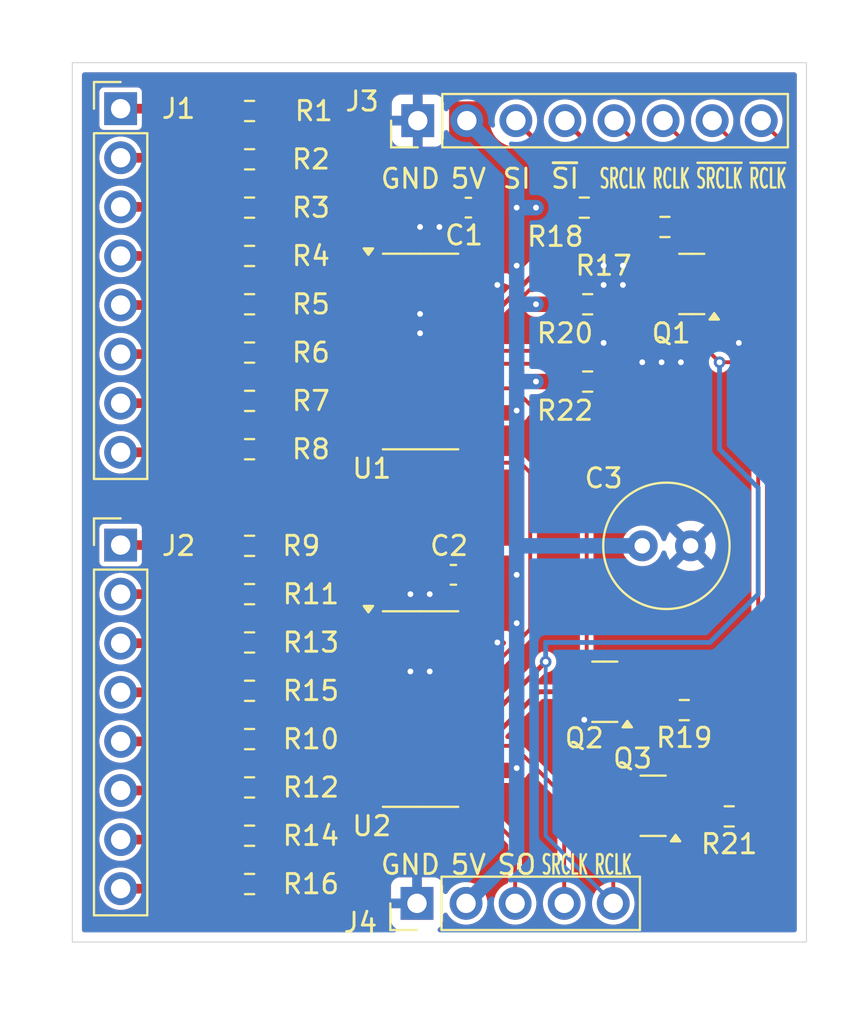
<source format=kicad_pcb>
(kicad_pcb (version 20241229) (generator "pcbnew") (generator_version "9.0")
  (layers (0 "F.Cu" signal) (2 "B.Cu" signal) (13 "F.Paste" user) (15 "B.Paste" user) (5 "F.SilkS" user "F.Silkscreen") (7 "B.SilkS" user "B.Silkscreen") (1 "F.Mask" user) (3 "B.Mask" user) (25 "Edge.Cuts" user))
  (net 0 "")
  (net 1 "+5V")
  (net 2 "GND")
  (net 3 "/L1")
  (net 4 "/L3")
  (net 5 "/L4")
  (net 6 "/L5")
  (net 7 "/L7")
  (net 8 "/L0")
  (net 9 "/L6")
  (net 10 "/L2")
  (net 11 "/L12")
  (net 12 "/L11")
  (net 13 "/L10")
  (net 14 "/L15")
  (net 15 "/L9")
  (net 16 "/L8")
  (net 17 "/L14")
  (net 18 "/L13")
  (net 19 "/SI")
  (net 20 "/RCLK")
  (net 21 "/SRCLK")
  (net 22 "/~{SI}")
  (net 23 "Net-(U1-QA)")
  (net 24 "Net-(U1-QB)")
  (net 25 "Net-(U1-QC)")
  (net 26 "Net-(U1-QD)")
  (net 27 "Net-(U1-QE)")
  (net 28 "Net-(U1-QF)")
  (net 29 "Net-(U1-QG)")
  (net 30 "Net-(U1-QH)")
  (net 31 "Net-(U2-QA)")
  (net 32 "Net-(U2-QE)")
  (net 33 "Net-(U2-QB)")
  (net 34 "Net-(U2-QF)")
  (net 35 "Net-(U2-QC)")
  (net 36 "Net-(U2-QG)")
  (net 37 "Net-(U2-QD)")
  (net 38 "Net-(U2-QH)")
  (net 39 "/~{SRCLK}")
  (net 40 "/~{RCLK}")
  (net 41 "Net-(U1-QH')")
  (net 42 "/SO")
  (footprint "Resistor_SMD:R_0603_1608Metric" (layer "F.Cu") (at 115.675 132.5 180)
    (property "Reference" "R15" (at -3.175 0 0) (layer "F.SilkS"))
    (property "Value" "220")
    (fp_line (start -0.237258 0.5225) (end 0.237258 0.5225) (stroke (width 0.12)) (layer "F.SilkS"))
    (fp_line (start -0.237258 -0.5225) (end 0.237258 -0.5225) (stroke (width 0.12)) (layer "F.SilkS"))
    (pad "1" smd roundrect (at -0.825 0 180) (size 0.8 0.95) (layers "F.Cu" "F.Mask" "F.Paste") (net 37 "Net-(U2-QD)"))
    (pad "2" smd roundrect (at 0.825 0 180) (size 0.8 0.95) (layers "F.Cu" "F.Mask" "F.Paste") (net 12 "/L11"))
  )
  (footprint "Connector_PinHeader_2.54mm:PinHeader_1x08_P2.54mm_Vertical" (layer "F.Cu") (at 124.38 103 90)
    (property "Reference" "J3" (hide yes))
    (property "Value" "Conn_01x08_Pin")
    (fp_line (start -1.38 -1.38) (end 0 -1.38) (stroke (width 0.12)) (layer "F.SilkS"))
    (fp_line (start -1.38 0) (end -1.38 -1.38) (stroke (width 0.12)) (layer "F.SilkS"))
    (fp_line (start 1.38 1.27) (end 1.38 19.16) (stroke (width 0.12)) (layer "F.SilkS"))
    (fp_line (start -1.38 1.27) (end 1.38 1.27) (stroke (width 0.12)) (layer "F.SilkS"))
    (fp_line (start -1.38 1.27) (end -1.38 19.16) (stroke (width 0.12)) (layer "F.SilkS"))
    (fp_line (start -1.38 19.16) (end 1.38 19.16) (stroke (width 0.12)) (layer "F.SilkS"))
    (pad "1" thru_hole rect (at 0 0 90) (size 1.7 1.7) (drill 1) (layers "*.Cu" "*.Mask") (net 2 "GND"))
    (pad "2" thru_hole circle (at 0 2.54 90) (size 1.7 1.7) (drill 1) (layers "*.Cu" "*.Mask") (net 1 "+5V"))
    (pad "3" thru_hole circle (at 0 5.08 90) (size 1.7 1.7) (drill 1) (layers "*.Cu" "*.Mask") (net 19 "/SI"))
    (pad "4" thru_hole circle (at 0 7.62 90) (size 1.7 1.7) (drill 1) (layers "*.Cu" "*.Mask") (net 22 "/~{SI}"))
    (pad "5" thru_hole circle (at 0 10.16 90) (size 1.7 1.7) (drill 1) (layers "*.Cu" "*.Mask") (net 21 "/SRCLK"))
    (pad "6" thru_hole circle (at 0 12.7 90) (size 1.7 1.7) (drill 1) (layers "*.Cu" "*.Mask") (net 20 "/RCLK"))
    (pad "7" thru_hole circle (at 0 15.24 90) (size 1.7 1.7) (drill 1) (layers "*.Cu" "*.Mask") (net 39 "/~{SRCLK}"))
    (pad "8" thru_hole circle (at 0 17.78 90) (size 1.7 1.7) (drill 1) (layers "*.Cu" "*.Mask") (net 40 "/~{RCLK}"))
  )
  (footprint "Resistor_SMD:R_0603_1608Metric" (layer "F.Cu") (at 115.675 115 180)
    (property "Reference" "R6" (at -3.175 0 0) (layer "F.SilkS"))
    (property "Value" "220")
    (fp_line (start -0.237258 0.5225) (end 0.237258 0.5225) (stroke (width 0.12)) (layer "F.SilkS"))
    (fp_line (start -0.237258 -0.5225) (end 0.237258 -0.5225) (stroke (width 0.12)) (layer "F.SilkS"))
    (pad "1" smd roundrect (at -0.825 0 180) (size 0.8 0.95) (layers "F.Cu" "F.Mask" "F.Paste") (net 28 "Net-(U1-QF)"))
    (pad "2" smd roundrect (at 0.825 0 180) (size 0.8 0.95) (layers "F.Cu" "F.Mask" "F.Paste") (net 6 "/L5"))
  )
  (footprint "Resistor_SMD:R_0603_1608Metric" (layer "F.Cu") (at 115.675 110 180)
    (property "Reference" "R4" (at -3.175 0 0) (layer "F.SilkS"))
    (property "Value" "220")
    (fp_line (start -0.237258 0.5225) (end 0.237258 0.5225) (stroke (width 0.12)) (layer "F.SilkS"))
    (fp_line (start -0.237258 -0.5225) (end 0.237258 -0.5225) (stroke (width 0.12)) (layer "F.SilkS"))
    (pad "1" smd roundrect (at -0.825 0 180) (size 0.8 0.95) (layers "F.Cu" "F.Mask" "F.Paste") (net 26 "Net-(U1-QD)"))
    (pad "2" smd roundrect (at 0.825 0 180) (size 0.8 0.95) (layers "F.Cu" "F.Mask" "F.Paste") (net 4 "/L3"))
  )
  (footprint "Resistor_SMD:R_0603_1608Metric" (layer "F.Cu") (at 115.675 120 180)
    (property "Reference" "R8" (at -3.175 0 0) (layer "F.SilkS"))
    (property "Value" "220")
    (fp_line (start -0.237258 0.5225) (end 0.237258 0.5225) (stroke (width 0.12)) (layer "F.SilkS"))
    (fp_line (start -0.237258 -0.5225) (end 0.237258 -0.5225) (stroke (width 0.12)) (layer "F.SilkS"))
    (pad "1" smd roundrect (at -0.825 0 180) (size 0.8 0.95) (layers "F.Cu" "F.Mask" "F.Paste") (net 30 "Net-(U1-QH)"))
    (pad "2" smd roundrect (at 0.825 0 180) (size 0.8 0.95) (layers "F.Cu" "F.Mask" "F.Paste") (net 7 "/L7"))
  )
  (footprint "Resistor_SMD:R_0603_1608Metric" (layer "F.Cu") (at 133.175 116.5 180)
    (property "Reference" "R22" (at 1.175 -1.5 0) (layer "F.SilkS"))
    (property "Value" "10k")
    (fp_line (start -0.237258 0.5225) (end 0.237258 0.5225) (stroke (width 0.12)) (layer "F.SilkS"))
    (fp_line (start -0.237258 -0.5225) (end 0.237258 -0.5225) (stroke (width 0.12)) (layer "F.SilkS"))
    (pad "1" smd roundrect (at -0.825 0 180) (size 0.8 0.95) (layers "F.Cu" "F.Mask" "F.Paste") (net 20 "/RCLK"))
    (pad "2" smd roundrect (at 0.825 0 180) (size 0.8 0.95) (layers "F.Cu" "F.Mask" "F.Paste") (net 1 "+5V"))
  )
  (footprint "Resistor_SMD:R_0603_1608Metric" (layer "F.Cu") (at 115.675 117.5 180)
    (property "Reference" "R7" (at -3.175 0 0) (layer "F.SilkS"))
    (property "Value" "220")
    (fp_line (start -0.237258 0.5225) (end 0.237258 0.5225) (stroke (width 0.12)) (layer "F.SilkS"))
    (fp_line (start -0.237258 -0.5225) (end 0.237258 -0.5225) (stroke (width 0.12)) (layer "F.SilkS"))
    (pad "1" smd roundrect (at -0.825 0 180) (size 0.8 0.95) (layers "F.Cu" "F.Mask" "F.Paste") (net 29 "Net-(U1-QG)"))
    (pad "2" smd roundrect (at 0.825 0 180) (size 0.8 0.95) (layers "F.Cu" "F.Mask" "F.Paste") (net 9 "/L6"))
  )
  (footprint "Package_SO:SOIC-16_3.9x9.9mm_P1.27mm" (layer "F.Cu") (at 124.525 133.445)
    (property "Reference" "U2" (at -2.525 6.055 0) (layer "F.SilkS"))
    (property "Value" "74HC595")
    (fp_line (start 0 -5.06) (end -1.95 -5.06) (stroke (width 0.12)) (layer "F.SilkS"))
    (fp_line (start 0 -5.06) (end 1.95 -5.06) (stroke (width 0.12)) (layer "F.SilkS"))
    (fp_line (start 0 5.06) (end -1.95 5.06) (stroke (width 0.12)) (layer "F.SilkS"))
    (fp_line (start 0 5.06) (end 1.95 5.06) (stroke (width 0.12)) (layer "F.SilkS"))
    (fp_poly (pts (xy -2.7 -5.005) (xy -2.94 -5.335) (xy -2.46 -5.335)) (stroke (width 0.12)) (fill yes) (layer "F.SilkS"))
    (pad "1" smd roundrect (at -2.475 -4.445) (size 1.95 0.6) (layers "F.Cu" "F.Mask" "F.Paste") (net 33 "Net-(U2-QB)"))
    (pad "2" smd roundrect (at -2.475 -3.175) (size 1.95 0.6) (layers "F.Cu" "F.Mask" "F.Paste") (net 35 "Net-(U2-QC)"))
    (pad "3" smd roundrect (at -2.475 -1.905) (size 1.95 0.6) (layers "F.Cu" "F.Mask" "F.Paste") (net 37 "Net-(U2-QD)"))
    (pad "4" smd roundrect (at -2.475 -0.635) (size 1.95 0.6) (layers "F.Cu" "F.Mask" "F.Paste") (net 32 "Net-(U2-QE)"))
    (pad "5" smd roundrect (at -2.475 0.635) (size 1.95 0.6) (layers "F.Cu" "F.Mask" "F.Paste") (net 34 "Net-(U2-QF)"))
    (pad "6" smd roundrect (at -2.475 1.905) (size 1.95 0.6) (layers "F.Cu" "F.Mask" "F.Paste") (net 36 "Net-(U2-QG)"))
    (pad "7" smd roundrect (at -2.475 3.175) (size 1.95 0.6) (layers "F.Cu" "F.Mask" "F.Paste") (net 38 "Net-(U2-QH)"))
    (pad "8" smd roundrect (at -2.475 4.445) (size 1.95 0.6) (layers "F.Cu" "F.Mask" "F.Paste") (net 2 "GND"))
    (pad "9" smd roundrect (at 2.475 4.445) (size 1.95 0.6) (layers "F.Cu" "F.Mask" "F.Paste") (net 42 "/SO"))
    (pad "10" smd roundrect (at 2.475 3.175) (size 1.95 0.6) (layers "F.Cu" "F.Mask" "F.Paste") (net 1 "+5V"))
    (pad "11" smd roundrect (at 2.475 1.905) (size 1.95 0.6) (layers "F.Cu" "F.Mask" "F.Paste") (net 21 "/SRCLK"))
    (pad "12" smd roundrect (at 2.475 0.635) (size 1.95 0.6) (layers "F.Cu" "F.Mask" "F.Paste") (net 20 "/RCLK"))
    (pad "13" smd roundrect (at 2.475 -0.635) (size 1.95 0.6) (layers "F.Cu" "F.Mask" "F.Paste") (net 2 "GND"))
    (pad "14" smd roundrect (at 2.475 -1.905) (size 1.95 0.6) (layers "F.Cu" "F.Mask" "F.Paste") (net 41 "Net-(U1-QH')"))
    (pad "15" smd roundrect (at 2.475 -3.175) (size 1.95 0.6) (layers "F.Cu" "F.Mask" "F.Paste") (net 31 "Net-(U2-QA)"))
    (pad "16" smd roundrect (at 2.475 -4.445) (size 1.95 0.6) (layers "F.Cu" "F.Mask" "F.Paste") (net 1 "+5V"))
  )
  (footprint "Package_TO_SOT_SMD:SOT-23" (layer "F.Cu") (at 138.5625 111.45 180)
    (property "Reference" "Q1" (at 1.0625 -2.55 0) (layer "F.SilkS"))
    (property "Value" "2N7002")
    (fp_line (start 0 1.56) (end 0.65 1.56) (stroke (width 0.12)) (layer "F.SilkS"))
    (fp_line (start 0 1.56) (end -0.65 1.56) (stroke (width 0.12)) (layer "F.SilkS"))
    (fp_line (start 0 -1.56) (end 0.65 -1.56) (stroke (width 0.12)) (layer "F.SilkS"))
    (fp_line (start 0 -1.56) (end -0.65 -1.56) (stroke (width 0.12)) (layer "F.SilkS"))
    (fp_poly (pts (xy -1.1625 -1.51) (xy -1.4025 -1.84) (xy -0.9225 -1.84)) (stroke (width 0.12)) (fill yes) (layer "F.SilkS"))
    (pad "1" smd roundrect (at -0.9375 -0.95 180) (size 1.475 0.6) (layers "F.Cu" "F.Mask" "F.Paste") (net 22 "/~{SI}"))
    (pad "2" smd roundrect (at -0.9375 0.95 180) (size 1.475 0.6) (layers "F.Cu" "F.Mask" "F.Paste") (net 2 "GND"))
    (pad "3" smd roundrect (at 0.9375 0 180) (size 1.475 0.6) (layers "F.Cu" "F.Mask" "F.Paste") (net 19 "/SI"))
  )
  (footprint "Connector_PinHeader_2.54mm:PinHeader_1x05_P2.54mm_Vertical" (layer "F.Cu") (at 124.34 143.5 90)
    (property "Reference" "J4" (at -1 -2.925 180) (layer "F.SilkS"))
    (property "Value" "Conn_01x05_Pin")
    (fp_line (start -1.38 -1.38) (end 0 -1.38) (stroke (width 0.12)) (layer "F.SilkS"))
    (fp_line (start -1.38 0) (end -1.38 -1.38) (stroke (width 0.12)) (layer "F.SilkS"))
    (fp_line (start 1.38 1.27) (end 1.38 11.54) (stroke (width 0.12)) (layer "F.SilkS"))
    (fp_line (start -1.38 1.27) (end 1.38 1.27) (stroke (width 0.12)) (layer "F.SilkS"))
    (fp_line (start -1.38 1.27) (end -1.38 11.54) (stroke (width 0.12)) (layer "F.SilkS"))
    (fp_line (start -1.38 11.54) (end 1.38 11.54) (stroke (width 0.12)) (layer "F.SilkS"))
    (pad "1" thru_hole rect (at 0 0 90) (size 1.7 1.7) (drill 1) (layers "*.Cu" "*.Mask") (net 2 "GND"))
    (pad "2" thru_hole circle (at 0 2.54 90) (size 1.7 1.7) (drill 1) (layers "*.Cu" "*.Mask") (net 1 "+5V"))
    (pad "3" thru_hole circle (at 0 5.08 90) (size 1.7 1.7) (drill 1) (layers "*.Cu" "*.Mask") (net 42 "/SO"))
    (pad "4" thru_hole circle (at 0 7.62 90) (size 1.7 1.7) (drill 1) (layers "*.Cu" "*.Mask") (net 21 "/SRCLK"))
    (pad "5" thru_hole circle (at 0 10.16 90) (size 1.7 1.7) (drill 1) (layers "*.Cu" "*.Mask") (net 20 "/RCLK"))
  )
  (footprint "Capacitor_SMD:C_0603_1608Metric" (layer "F.Cu") (at 127 107.5 180)
    (property "Reference" "C1" (at 0.225 -1.43 0) (layer "F.SilkS"))
    (property "Value" "100n")
    (fp_line (start -0.14058 0.51) (end 0.14058 0.51) (stroke (width 0.12)) (layer "F.SilkS"))
    (fp_line (start -0.14058 -0.51) (end 0.14058 -0.51) (stroke (width 0.12)) (layer "F.SilkS"))
    (pad "1" smd roundrect (at -0.775 0 180) (size 0.9 0.95) (layers "F.Cu" "F.Mask" "F.Paste") (net 1 "+5V"))
    (pad "2" smd roundrect (at 0.775 0 180) (size 0.9 0.95) (layers "F.Cu" "F.Mask" "F.Paste") (net 2 "GND"))
  )
  (footprint "Resistor_SMD:R_0603_1608Metric" (layer "F.Cu") (at 115.675 135 180)
    (property "Reference" "R10" (at -3.175 0 0) (layer "F.SilkS"))
    (property "Value" "220")
    (fp_line (start -0.237258 0.5225) (end 0.237258 0.5225) (stroke (width 0.12)) (layer "F.SilkS"))
    (fp_line (start -0.237258 -0.5225) (end 0.237258 -0.5225) (stroke (width 0.12)) (layer "F.SilkS"))
    (pad "1" smd roundrect (at -0.825 0 180) (size 0.8 0.95) (layers "F.Cu" "F.Mask" "F.Paste") (net 32 "Net-(U2-QE)"))
    (pad "2" smd roundrect (at 0.825 0 180) (size 0.8 0.95) (layers "F.Cu" "F.Mask" "F.Paste") (net 11 "/L12"))
  )
  (footprint "Resistor_SMD:R_0603_1608Metric" (layer "F.Cu") (at 133 107.5 180)
    (property "Reference" "R18" (at 1.5 -1.5 0) (layer "F.SilkS"))
    (property "Value" "10k")
    (fp_line (start -0.237258 0.5225) (end 0.237258 0.5225) (stroke (width 0.12)) (layer "F.SilkS"))
    (fp_line (start -0.237258 -0.5225) (end 0.237258 -0.5225) (stroke (width 0.12)) (layer "F.SilkS"))
    (pad "1" smd roundrect (at -0.825 0 180) (size 0.8 0.95) (layers "F.Cu" "F.Mask" "F.Paste") (net 19 "/SI"))
    (pad "2" smd roundrect (at 0.825 0 180) (size 0.8 0.95) (layers "F.Cu" "F.Mask" "F.Paste") (net 1 "+5V"))
  )
  (footprint "Resistor_SMD:R_0603_1608Metric" (layer "F.Cu") (at 133.175 112.5 180)
    (property "Reference" "R20" (at 1.175 -1.5 0) (layer "F.SilkS"))
    (property "Value" "10k")
    (fp_line (start -0.237258 0.5225) (end 0.237258 0.5225) (stroke (width 0.12)) (layer "F.SilkS"))
    (fp_line (start -0.237258 -0.5225) (end 0.237258 -0.5225) (stroke (width 0.12)) (layer "F.SilkS"))
    (pad "1" smd roundrect (at -0.825 0 180) (size 0.8 0.95) (layers "F.Cu" "F.Mask" "F.Paste") (net 21 "/SRCLK"))
    (pad "2" smd roundrect (at 0.825 0 180) (size 0.8 0.95) (layers "F.Cu" "F.Mask" "F.Paste") (net 1 "+5V"))
  )
  (footprint "Resistor_SMD:R_0603_1608Metric" (layer "F.Cu") (at 115.675 102.5 180)
    (property "Reference" "R1" (at -3.325 0 0) (layer "F.SilkS"))
    (property "Value" "220")
    (fp_line (start -0.237258 0.5225) (end 0.237258 0.5225) (stroke (width 0.12)) (layer "F.SilkS"))
    (fp_line (start -0.237258 -0.5225) (end 0.237258 -0.5225) (stroke (width 0.12)) (layer "F.SilkS"))
    (pad "1" smd roundrect (at -0.825 0 180) (size 0.8 0.95) (layers "F.Cu" "F.Mask" "F.Paste") (net 23 "Net-(U1-QA)"))
    (pad "2" smd roundrect (at 0.825 0 180) (size 0.8 0.95) (layers "F.Cu" "F.Mask" "F.Paste") (net 8 "/L0"))
  )
  (footprint "Package_TO_SOT_SMD:SOT-23" (layer "F.Cu") (at 136.5625 138.45 180)
    (property "Reference" "Q3" (at 1.0625 2.45 0) (layer "F.SilkS"))
    (property "Value" "2N7002")
    (fp_line (start 0 1.56) (end 0.65 1.56) (stroke (width 0.12)) (layer "F.SilkS"))
    (fp_line (start 0 1.56) (end -0.65 1.56) (stroke (width 0.12)) (layer "F.SilkS"))
    (fp_line (start 0 -1.56) (end 0.65 -1.56) (stroke (width 0.12)) (layer "F.SilkS"))
    (fp_line (start 0 -1.56) (end -0.65 -1.56) (stroke (width 0.12)) (layer "F.SilkS"))
    (fp_poly (pts (xy -1.1625 -1.51) (xy -1.4025 -1.84) (xy -0.9225 -1.84)) (stroke (width 0.12)) (fill yes) (layer "F.SilkS"))
    (pad "1" smd roundrect (at -0.9375 -0.95 180) (size 1.475 0.6) (layers "F.Cu" "F.Mask" "F.Paste") (net 40 "/~{RCLK}"))
    (pad "2" smd roundrect (at -0.9375 0.95 180) (size 1.475 0.6) (layers "F.Cu" "F.Mask" "F.Paste") (net 2 "GND"))
    (pad "3" smd roundrect (at 0.9375 0 180) (size 1.475 0.6) (layers "F.Cu" "F.Mask" "F.Paste") (net 20 "/RCLK"))
  )
  (footprint "Resistor_SMD:R_0603_1608Metric" (layer "F.Cu") (at 140.5 139 180)
    (property "Reference" "R21" (at 0 -1.43 0) (layer "F.SilkS"))
    (property "Value" "10k")
    (fp_line (start -0.237258 0.5225) (end 0.237258 0.5225) (stroke (width 0.12)) (layer "F.SilkS"))
    (fp_line (start -0.237258 -0.5225) (end 0.237258 -0.5225) (stroke (width 0.12)) (layer "F.SilkS"))
    (pad "1" smd roundrect (at -0.825 0 180) (size 0.8 0.95) (layers "F.Cu" "F.Mask" "F.Paste") (net 2 "GND"))
    (pad "2" smd roundrect (at 0.825 0 180) (size 0.8 0.95) (layers "F.Cu" "F.Mask" "F.Paste") (net 40 "/~{RCLK}"))
  )
  (footprint "Resistor_SMD:R_0603_1608Metric" (layer "F.Cu") (at 115.675 137.5 180)
    (property "Reference" "R12" (at -3.175 0 0) (layer "F.SilkS"))
    (property "Value" "220")
    (fp_line (start -0.237258 0.5225) (end 0.237258 0.5225) (stroke (width 0.12)) (layer "F.SilkS"))
    (fp_line (start -0.237258 -0.5225) (end 0.237258 -0.5225) (stroke (width 0.12)) (layer "F.SilkS"))
    (pad "1" smd roundrect (at -0.825 0 180) (size 0.8 0.95) (layers "F.Cu" "F.Mask" "F.Paste") (net 34 "Net-(U2-QF)"))
    (pad "2" smd roundrect (at 0.825 0 180) (size 0.8 0.95) (layers "F.Cu" "F.Mask" "F.Paste") (net 18 "/L13"))
  )
  (footprint "Capacitor_SMD:C_0603_1608Metric" (layer "F.Cu") (at 126.225 126.5 180)
    (property "Reference" "C2" (at 0.225 1.5 0) (layer "F.SilkS"))
    (property "Value" "100n")
    (fp_line (start -0.14058 0.51) (end 0.14058 0.51) (stroke (width 0.12)) (layer "F.SilkS"))
    (fp_line (start -0.14058 -0.51) (end 0.14058 -0.51) (stroke (width 0.12)) (layer "F.SilkS"))
    (pad "1" smd roundrect (at -0.775 0 180) (size 0.9 0.95) (layers "F.Cu" "F.Mask" "F.Paste") (net 1 "+5V"))
    (pad "2" smd roundrect (at 0.775 0 180) (size 0.9 0.95) (layers "F.Cu" "F.Mask" "F.Paste") (net 2 "GND"))
  )
  (footprint "Resistor_SMD:R_0603_1608Metric" (layer "F.Cu") (at 115.675 107.5 180)
    (property "Reference" "R3" (at -3.175 0 0) (layer "F.SilkS"))
    (property "Value" "220")
    (fp_line (start -0.237258 0.5225) (end 0.237258 0.5225) (stroke (width 0.12)) (layer "F.SilkS"))
    (fp_line (start -0.237258 -0.5225) (end 0.237258 -0.5225) (stroke (width 0.12)) (layer "F.SilkS"))
    (pad "1" smd roundrect (at -0.825 0 180) (size 0.8 0.95) (layers "F.Cu" "F.Mask" "F.Paste") (net 25 "Net-(U1-QC)"))
    (pad "2" smd roundrect (at 0.825 0 180) (size 0.8 0.95) (layers "F.Cu" "F.Mask" "F.Paste") (net 10 "/L2"))
  )
  (footprint "Resistor_SMD:R_0603_1608Metric" (layer "F.Cu") (at 115.675 142.5 180)
    (property "Reference" "R16" (at -3.175 0 0) (layer "F.SilkS"))
    (property "Value" "220")
    (fp_line (start -0.237258 0.5225) (end 0.237258 0.5225) (stroke (width 0.12)) (layer "F.SilkS"))
    (fp_line (start -0.237258 -0.5225) (end 0.237258 -0.5225) (stroke (width 0.12)) (layer "F.SilkS"))
    (pad "1" smd roundrect (at -0.825 0 180) (size 0.8 0.95) (layers "F.Cu" "F.Mask" "F.Paste") (net 38 "Net-(U2-QH)"))
    (pad "2" smd roundrect (at 0.825 0 180) (size 0.8 0.95) (layers "F.Cu" "F.Mask" "F.Paste") (net 14 "/L15"))
  )
  (footprint "Resistor_SMD:R_0603_1608Metric" (layer "F.Cu") (at 115.675 130 180)
    (property "Reference" "R13" (at -3.175 0 0) (layer "F.SilkS"))
    (property "Value" "220")
    (fp_line (start -0.237258 0.5225) (end 0.237258 0.5225) (stroke (width 0.12)) (layer "F.SilkS"))
    (fp_line (start -0.237258 -0.5225) (end 0.237258 -0.5225) (stroke (width 0.12)) (layer "F.SilkS"))
    (pad "1" smd roundrect (at -0.825 0 180) (size 0.8 0.95) (layers "F.Cu" "F.Mask" "F.Paste") (net 35 "Net-(U2-QC)"))
    (pad "2" smd roundrect (at 0.825 0 180) (size 0.8 0.95) (layers "F.Cu" "F.Mask" "F.Paste") (net 13 "/L10"))
  )
  (footprint "Resistor_SMD:R_0603_1608Metric" (layer "F.Cu") (at 138.175 133.5 180)
    (property "Reference" "R19" (at 0 -1.43 0) (layer "F.SilkS"))
    (property "Value" "10k")
    (fp_line (start -0.237258 0.5225) (end 0.237258 0.5225) (stroke (width 0.12)) (layer "F.SilkS"))
    (fp_line (start -0.237258 -0.5225) (end 0.237258 -0.5225) (stroke (width 0.12)) (layer "F.SilkS"))
    (pad "1" smd roundrect (at -0.825 0 180) (size 0.8 0.95) (layers "F.Cu" "F.Mask" "F.Paste") (net 2 "GND"))
    (pad "2" smd roundrect (at 0.825 0 180) (size 0.8 0.95) (layers "F.Cu" "F.Mask" "F.Paste") (net 39 "/~{SRCLK}"))
  )
  (footprint "Resistor_SMD:R_0603_1608Metric" (layer "F.Cu") (at 115.675 140 180)
    (property "Reference" "R14" (at -3.175 0 0) (layer "F.SilkS"))
    (property "Value" "220")
    (fp_line (start -0.237258 0.5225) (end 0.237258 0.5225) (stroke (width 0.12)) (layer "F.SilkS"))
    (fp_line (start -0.237258 -0.5225) (end 0.237258 -0.5225) (stroke (width 0.12)) (layer "F.SilkS"))
    (pad "1" smd roundrect (at -0.825 0 180) (size 0.8 0.95) (layers "F.Cu" "F.Mask" "F.Paste") (net 36 "Net-(U2-QG)"))
    (pad "2" smd roundrect (at 0.825 0 180) (size 0.8 0.95) (layers "F.Cu" "F.Mask" "F.Paste") (net 17 "/L14"))
  )
  (footprint "Connector_PinHeader_2.54mm:PinHeader_1x08_P2.54mm_Vertical" (layer "F.Cu") (at 109 124.96)
    (property "Reference" "J2" (at 3 0.04 0) (layer "F.SilkS"))
    (property "Value" "Conn_01x08_Pin")
    (fp_line (start -1.38 -1.38) (end 0 -1.38) (stroke (width 0.12)) (layer "F.SilkS"))
    (fp_line (start -1.38 0) (end -1.38 -1.38) (stroke (width 0.12)) (layer "F.SilkS"))
    (fp_line (start -1.38 1.27) (end -1.38 19.16) (stroke (width 0.12)) (layer "F.SilkS"))
    (fp_line (start -1.38 1.27) (end 1.38 1.27) (stroke (width 0.12)) (layer "F.SilkS"))
    (fp_line (start -1.38 19.16) (end 1.38 19.16) (stroke (width 0.12)) (layer "F.SilkS"))
    (fp_line (start 1.38 1.27) (end 1.38 19.16) (stroke (width 0.12)) (layer "F.SilkS"))
    (pad "1" thru_hole rect (at 0 0) (size 1.7 1.7) (drill 1) (layers "*.Cu" "*.Mask") (net 16 "/L8"))
    (pad "2" thru_hole circle (at 0 2.54) (size 1.7 1.7) (drill 1) (layers "*.Cu" "*.Mask") (net 15 "/L9"))
    (pad "3" thru_hole circle (at 0 5.08) (size 1.7 1.7) (drill 1) (layers "*.Cu" "*.Mask") (net 13 "/L10"))
    (pad "4" thru_hole circle (at 0 7.62) (size 1.7 1.7) (drill 1) (layers "*.Cu" "*.Mask") (net 12 "/L11"))
    (pad "5" thru_hole circle (at 0 10.16) (size 1.7 1.7) (drill 1) (layers "*.Cu" "*.Mask") (net 11 "/L12"))
    (pad "6" thru_hole circle (at 0 12.7) (size 1.7 1.7) (drill 1) (layers "*.Cu" "*.Mask") (net 18 "/L13"))
    (pad "7" thru_hole circle (at 0 15.24) (size 1.7 1.7) (drill 1) (layers "*.Cu" "*.Mask") (net 17 "/L14"))
    (pad "8" thru_hole circle (at 0 17.78) (size 1.7 1.7) (drill 1) (layers "*.Cu" "*.Mask") (net 14 "/L15"))
  )
  (footprint "Resistor_SMD:R_0603_1608Metric" (layer "F.Cu") (at 137.175 108.5 180)
    (property "Reference" "R17" (at 3.175 -2 0) (layer "F.SilkS"))
    (property "Value" "10k")
    (fp_line (start -0.237258 0.5225) (end 0.237258 0.5225) (stroke (width 0.12)) (layer "F.SilkS"))
    (fp_line (start -0.237258 -0.5225) (end 0.237258 -0.5225) (stroke (width 0.12)) (layer "F.SilkS"))
    (pad "1" smd roundrect (at -0.825 0 180) (size 0.8 0.95) (layers "F.Cu" "F.Mask" "F.Paste") (net 2 "GND"))
    (pad "2" smd roundrect (at 0.825 0 180) (size 0.8 0.95) (layers "F.Cu" "F.Mask" "F.Paste") (net 22 "/~{SI}"))
  )
  (footprint "Capacitor_THT:C_Radial_D6.3mm_H7.0mm_P2.50mm" (layer "F.Cu") (at 136 125)
    (property "Reference" "C3" (at -2 -3.5 0) (layer "F.SilkS"))
    (property "Value" "10u")
    (fp_circle (center 1.25 0) (end 4.52 0) (stroke (width 0.12)) (fill no) (layer "F.SilkS"))
    (pad "1" thru_hole circle (at 0 0) (size 1.6 1.6) (drill 0.8) (layers "*.Cu" "*.Mask") (net 1 "+5V"))
    (pad "2" thru_hole circle (at 2.5 0) (size 1.6 1.6) (drill 0.8) (layers "*.Cu" "*.Mask") (net 2 "GND"))
  )
  (footprint "Package_TO_SOT_SMD:SOT-23" (layer "F.Cu") (at 134.0625 132.55 180)
    (property "Reference" "Q2" (at 1.0625 -2.4 0) (layer "F.SilkS"))
    (property "Value" "2N7002")
    (fp_line (start 0 1.56) (end 0.65 1.56) (stroke (width 0.12)) (layer "F.SilkS"))
    (fp_line (start 0 1.56) (end -0.65 1.56) (stroke (width 0.12)) (layer "F.SilkS"))
    (fp_line (start 0 -1.56) (end 0.65 -1.56) (stroke (width 0.12)) (layer "F.SilkS"))
    (fp_line (start 0 -1.56) (end -0.65 -1.56) (stroke (width 0.12)) (layer "F.SilkS"))
    (fp_poly (pts (xy -1.1625 -1.51) (xy -1.4025 -1.84) (xy -0.9225 -1.84)) (stroke (width 0.12)) (fill yes) (layer "F.SilkS"))
    (pad "1" smd roundrect (at -0.9375 -0.95 180) (size 1.475 0.6) (layers "F.Cu" "F.Mask" "F.Paste") (net 39 "/~{SRCLK}"))
    (pad "2" smd roundrect (at -0.9375 0.95 180) (size 1.475 0.6) (layers "F.Cu" "F.Mask" "F.Paste") (net 2 "GND"))
    (pad "3" smd roundrect (at 0.9375 0 180) (size 1.475 0.6) (layers "F.Cu" "F.Mask" "F.Paste") (net 21 "/SRCLK"))
  )
  (footprint "Package_SO:SOIC-16_3.9x9.9mm_P1.27mm" (layer "F.Cu") (at 124.525 114.945)
    (property "Reference" "U1" (at -2.525 6.055 0) (layer "F.SilkS"))
    (property "Value" "74HC595")
    (fp_line (start 0 -5.06) (end -1.95 -5.06) (stroke (width 0.12)) (layer "F.SilkS"))
    (fp_line (start 0 -5.06) (end 1.95 -5.06) (stroke (width 0.12)) (layer "F.SilkS"))
    (fp_line (start 0 5.06) (end -1.95 5.06) (stroke (width 0.12)) (layer "F.SilkS"))
    (fp_line (start 0 5.06) (end 1.95 5.06) (stroke (width 0.12)) (layer "F.SilkS"))
    (fp_poly (pts (xy -2.7 -5.005) (xy -2.94 -5.335) (xy -2.46 -5.335)) (stroke (width 0.12)) (fill yes) (layer "F.SilkS"))
    (pad "1" smd roundrect (at -2.475 -4.445) (size 1.95 0.6) (layers "F.Cu" "F.Mask" "F.Paste") (net 24 "Net-(U1-QB)"))
    (pad "2" smd roundrect (at -2.475 -3.175) (size 1.95 0.6) (layers "F.Cu" "F.Mask" "F.Paste") (net 25 "Net-(U1-QC)"))
    (pad "3" smd roundrect (at -2.475 -1.905) (size 1.95 0.6) (layers "F.Cu" "F.Mask" "F.Paste") (net 26 "Net-(U1-QD)"))
    (pad "4" smd roundrect (at -2.475 -0.635) (size 1.95 0.6) (layers "F.Cu" "F.Mask" "F.Paste") (net 27 "Net-(U1-QE)"))
    (pad "5" smd roundrect (at -2.475 0.635) (size 1.95 0.6) (layers "F.Cu" "F.Mask" "F.Paste") (net 28 "Net-(U1-QF)"))
    (pad "6" smd roundrect (at -2.475 1.905) (size 1.95 0.6) (layers "F.Cu" "F.Mask" "F.Paste") (net 29 "Net-(U1-QG)"))
    (pad "7" smd roundrect (at -2.475 3.175) (size 1.95 0.6) (layers "F.Cu" "F.Mask" "F.Paste") (net 30 "Net-(U1-QH)"))
    (pad "8" smd roundrect (at -2.475 4.445) (size 1.95 0.6) (layers "F.Cu" "F.Mask" "F.Paste") (net 2 "GND"))
    (pad "9" smd roundrect (at 2.475 4.445) (size 1.95 0.6) (layers "F.Cu" "F.Mask" "F.Paste") (net 41 "Net-(U1-QH')"))
    (pad "10" smd roundrect (at 2.475 3.175) (size 1.95 0.6) (layers "F.Cu" "F.Mask" "F.Paste") (net 1 "+5V"))
    (pad "11" smd roundrect (at 2.475 1.905) (size 1.95 0.6) (layers "F.Cu" "F.Mask" "F.Paste") (net 21 "/SRCLK"))
    (pad "12" smd roundrect (at 2.475 0.635) (size 1.95 0.6) (layers "F.Cu" "F.Mask" "F.Paste") (net 20 "/RCLK"))
    (pad "13" smd roundrect (at 2.475 -0.635) (size 1.95 0.6) (layers "F.Cu" "F.Mask" "F.Paste") (net 2 "GND"))
    (pad "14" smd roundrect (at 2.475 -1.905) (size 1.95 0.6) (layers "F.Cu" "F.Mask" "F.Paste") (net 19 "/SI"))
    (pad "15" smd roundrect (at 2.475 -3.175) (size 1.95 0.6) (layers "F.Cu" "F.Mask" "F.Paste") (net 23 "Net-(U1-QA)"))
    (pad "16" smd roundrect (at 2.475 -4.445) (size 1.95 0.6) (layers "F.Cu" "F.Mask" "F.Paste") (net 1 "+5V"))
  )
  (footprint "Resistor_SMD:R_0603_1608Metric" (layer "F.Cu") (at 115.675 105 180)
    (property "Reference" "R2" (at -3.175 0 0) (layer "F.SilkS"))
    (property "Value" "220")
    (fp_line (start -0.237258 0.5225) (end 0.237258 0.5225) (stroke (width 0.12)) (layer "F.SilkS"))
    (fp_line (start -0.237258 -0.5225) (end 0.237258 -0.5225) (stroke (width 0.12)) (layer "F.SilkS"))
    (pad "1" smd roundrect (at -0.825 0 180) (size 0.8 0.95) (layers "F.Cu" "F.Mask" "F.Paste") (net 24 "Net-(U1-QB)"))
    (pad "2" smd roundrect (at 0.825 0 180) (size 0.8 0.95) (layers "F.Cu" "F.Mask" "F.Paste") (net 3 "/L1"))
  )
  (footprint "Connector_PinHeader_2.54mm:PinHeader_1x08_P2.54mm_Vertical" (layer "F.Cu") (at 109 102.38)
    (property "Reference" "J1" (at 3 0 0) (layer "F.SilkS"))
    (property "Value" "Conn_01x08_Pin")
    (fp_line (start -1.38 -1.38) (end 0 -1.38) (stroke (width 0.12)) (layer "F.SilkS"))
    (fp_line (start -1.38 0) (end -1.38 -1.38) (stroke (width 0.12)) (layer "F.SilkS"))
    (fp_line (start -1.38 1.27) (end -1.38 19.16) (stroke (width 0.12)) (layer "F.SilkS"))
    (fp_line (start -1.38 1.27) (end 1.38 1.27) (stroke (width 0.12)) (layer "F.SilkS"))
    (fp_line (start -1.38 19.16) (end 1.38 19.16) (stroke (width 0.12)) (layer "F.SilkS"))
    (fp_line (start 1.38 1.27) (end 1.38 19.16) (stroke (width 0.12)) (layer "F.SilkS"))
    (pad "1" thru_hole rect (at 0 0) (size 1.7 1.7) (drill 1) (layers "*.Cu" "*.Mask") (net 8 "/L0"))
    (pad "2" thru_hole circle (at 0 2.54) (size 1.7 1.7) (drill 1) (layers "*.Cu" "*.Mask") (net 3 "/L1"))
    (pad "3" thru_hole circle (at 0 5.08) (size 1.7 1.7) (drill 1) (layers "*.Cu" "*.Mask") (net 10 "/L2"))
    (pad "4" thru_hole circle (at 0 7.62) (size 1.7 1.7) (drill 1) (layers "*.Cu" "*.Mask") (net 4 "/L3"))
    (pad "5" thru_hole circle (at 0 10.16) (size 1.7 1.7) (drill 1) (layers "*.Cu" "*.Mask") (net 5 "/L4"))
    (pad "6" thru_hole circle (at 0 12.7) (size 1.7 1.7) (drill 1) (layers "*.Cu" "*.Mask") (net 6 "/L5"))
    (pad "7" thru_hole circle (at 0 15.24) (size 1.7 1.7) (drill 1) (layers "*.Cu" "*.Mask") (net 9 "/L6"))
    (pad "8" thru_hole circle (at 0 17.78) (size 1.7 1.7) (drill 1) (layers "*.Cu" "*.Mask") (net 7 "/L7"))
  )
  (footprint "Resistor_SMD:R_0603_1608Metric" (layer "F.Cu") (at 115.675 127.5 180)
    (property "Reference" "R11" (at -3.175 0 0) (layer "F.SilkS"))
    (property "Value" "220")
    (fp_line (start -0.237258 0.5225) (end 0.237258 0.5225) (stroke (width 0.12)) (layer "F.SilkS"))
    (fp_line (start -0.237258 -0.5225) (end 0.237258 -0.5225) (stroke (width 0.12)) (layer "F.SilkS"))
    (pad "1" smd roundrect (at -0.825 0 180) (size 0.8 0.95) (layers "F.Cu" "F.Mask" "F.Paste") (net 33 "Net-(U2-QB)"))
    (pad "2" smd roundrect (at 0.825 0 180) (size 0.8 0.95) (layers "F.Cu" "F.Mask" "F.Paste") (net 15 "/L9"))
  )
  (footprint "Resistor_SMD:R_0603_1608Metric" (layer "F.Cu") (at 115.675 125 180)
    (property "Reference" "R9" (at -2.675 0 0) (layer "F.SilkS"))
    (property "Value" "220")
    (fp_line (start -0.237258 0.5225) (end 0.237258 0.5225) (stroke (width 0.12)) (layer "F.SilkS"))
    (fp_line (start -0.237258 -0.5225) (end 0.237258 -0.5225) (stroke (width 0.12)) (layer "F.SilkS"))
    (pad "1" smd roundrect (at -0.825 0 180) (size 0.8 0.95) (layers "F.Cu" "F.Mask" "F.Paste") (net 31 "Net-(U2-QA)"))
    (pad "2" smd roundrect (at 0.825 0 180) (size 0.8 0.95) (layers "F.Cu" "F.Mask" "F.Paste") (net 16 "/L8"))
  )
  (footprint "Resistor_SMD:R_0603_1608Metric" (layer "F.Cu") (at 115.675 112.5 180)
    (property "Reference" "R5" (at -3.175 0 0) (layer "F.SilkS"))
    (property "Value" "220")
    (fp_line (start -0.237258 0.5225) (end 0.237258 0.5225) (stroke (width 0.12)) (layer "F.SilkS"))
    (fp_line (start -0.237258 -0.5225) (end 0.237258 -0.5225) (stroke (width 0.12)) (layer "F.SilkS"))
    (pad "1" smd roundrect (at -0.825 0 180) (size 0.8 0.95) (layers "F.Cu" "F.Mask" "F.Paste") (net 27 "Net-(U1-QE)"))
    (pad "2" smd roundrect (at 0.825 0 180) (size 0.8 0.95) (layers "F.Cu" "F.Mask" "F.Paste") (net 5 "/L4"))
  )
  (gr_rect (start 106.5 100) (end 144.5 145.5) (stroke (width 0.05)) (fill no) (layer "Edge.Cuts"))
  (gr_text "~{SI}" (at 132 106 0) (layer "F.SilkS") (effects (font (size 1 1))))
  (gr_text "GND" (at 124 106 0) (layer "F.SilkS") (effects (font (size 1 1))))
  (gr_text "~{RCLK}" (at 142.5 106 0) (layer "F.SilkS") (effects (font (size 1 0.5) (thickness 0.125))))
  (gr_text "RCLK" (at 134.5 141.5 0) (layer "F.SilkS") (effects (font (size 1 0.5) (thickness 0.125))))
  (gr_text "SRCLK" (at 132 141.5 0) (layer "F.SilkS") (effects (font (size 1 0.5) (thickness 0.125))))
  (gr_text "SRCLK" (at 135 106 0) (layer "F.SilkS") (effects (font (size 1 0.5) (thickness 0.125))))
  (gr_text "SI" (at 129.5 106 0) (layer "F.SilkS") (effects (font (size 1 1))))
  (gr_text "SO" (at 129.5 141.5 0) (layer "F.SilkS") (effects (font (size 1 1))))
  (gr_text "GND" (at 124 141.5 0) (layer "F.SilkS") (effects (font (size 1 1))))
  (gr_text "5V" (at 127 141.5 0) (layer "F.SilkS") (effects (font (size 1 1))))
  (gr_text "RCLK" (at 137.5 106 0) (layer "F.SilkS") (effects (font (size 1 0.5) (thickness 0.125))))
  (gr_text "~{SRCLK}" (at 140 106 0) (layer "F.SilkS") (effects (font (size 1 0.5) (thickness 0.125))))
  (gr_text "5V" (at 127 106 0) (layer "F.SilkS") (effects (font (size 1 1))))
  (gr_text "J3" (at 121.5 102 0) (layer "F.SilkS") (effects (font (size 1 1))))
  (segment (start 127 110.5) (end 129.5 110.5) (width 0.8) (layer "F.Cu") (net 1))
  (segment (start 127 118.12) (end 129.38 118.12) (width 0.8) (layer "F.Cu") (net 1))
  (segment (start 129.38 136.62) (end 129.5 136.5) (width 0.8) (layer "F.Cu") (net 1))
  (segment (start 127 126.5) (end 129.5 126.5) (width 0.8) (layer "F.Cu") (net 1))
  (segment (start 130.5 116.5) (end 132.35 116.5) (width 0.8) (layer "F.Cu") (net 1))
  (segment (start 130.5 112.5) (end 132.35 112.5) (width 0.8) (layer "F.Cu") (net 1))
  (segment (start 127 136.62) (end 129.38 136.62) (width 0.8) (layer "F.Cu") (net 1))
  (segment (start 129.38 118.12) (end 129.5 118) (width 0.8) (layer "F.Cu") (net 1))
  (segment (start 130.5 107.5) (end 132.175 107.5) (width 0.8) (layer "F.Cu") (net 1))
  (segment (start 127 129) (end 129.5 129) (width 0.8) (layer "F.Cu") (net 1))
  (segment (start 127.775 107.5) (end 129.5 107.5) (width 0.8) (layer "F.Cu") (net 1))
  (via (at 129.5 136.5) (size 0.6) (drill 0.3) (layers "F.Cu" "B.Cu") (net 1))
  (via (at 129.5 129) (size 0.6) (drill 0.3) (layers "F.Cu" "B.Cu") (net 1))
  (via (at 130.5 116.5) (size 0.6) (drill 0.3) (layers "F.Cu" "B.Cu") (net 1))
  (via (at 129.5 107.5) (size 0.6) (drill 0.3) (layers "F.Cu" "B.Cu") (net 1))
  (via (at 129.5 110.5) (size 0.6) (drill 0.3) (layers "F.Cu" "B.Cu") (net 1))
  (via (at 129.5 118) (size 0.6) (drill 0.3) (layers "F.Cu" "B.Cu") (net 1))
  (via (at 129.5 126.5) (size 0.6) (drill 0.3) (layers "F.Cu" "B.Cu") (net 1))
  (via (at 130.5 107.5) (size 0.6) (drill 0.3) (layers "F.Cu" "B.Cu") (net 1))
  (via (at 130.5 112.5) (size 0.6) (drill 0.3) (layers "F.Cu" "B.Cu") (net 1))
  (segment (start 129.5 120) (end 129.5 121.5) (width 0.8) (layer "B.Cu") (net 1))
  (segment (start 129.5 110.5) (end 129.5 112.5) (width 0.8) (layer "B.Cu") (net 1))
  (segment (start 129.5 124.5) (end 129.5 125) (width 0.8) (layer "B.Cu") (net 1))
  (segment (start 129.5 107.5) (end 129.5 109) (width 0.8) (layer "B.Cu") (net 1))
  (segment (start 129.5 121.5) (end 129.5 124.5) (width 0.8) (layer "B.Cu") (net 1))
  (segment (start 129.5 126.5) (end 129.5 129) (width 0.8) (layer "B.Cu") (net 1))
  (segment (start 129.5 136.5) (end 129.5 140.88) (width 0.8) (layer "B.Cu") (net 1))
  (segment (start 129.5 112.5) (end 129.5 116.5) (width 0.8) (layer "B.Cu") (net 1))
  (segment (start 129.5 116.5) (end 130.5 116.5) (width 0.8) (layer "B.Cu") (net 1))
  (segment (start 129.5 129) (end 129.5 136.5) (width 0.8) (layer "B.Cu") (net 1))
  (segment (start 129.5 116.5) (end 129.5 118) (width 0.8) (layer "B.Cu") (net 1))
  (segment (start 129.5 125) (end 136 125) (width 0.8) (layer "B.Cu") (net 1))
  (segment (start 129.5 107.5) (end 130.5 107.5) (width 0.8) (layer "B.Cu") (net 1))
  (segment (start 129.5 112.5) (end 130.5 112.5) (width 0.8) (layer "B.Cu") (net 1))
  (segment (start 129.5 105.58) (end 129.5 107.5) (width 0.8) (layer "B.Cu") (net 1))
  (segment (start 129.5 118) (end 129.5 120) (width 0.8) (layer "B.Cu") (net 1))
  (segment (start 129.5 109) (end 129.5 110.5) (width 0.8) (layer "B.Cu") (net 1))
  (segment (start 129.5 125) (end 129.5 126.5) (width 0.8) (layer "B.Cu") (net 1))
  (segment (start 126.92 103) (end 129.5 105.58) (width 0.8) (layer "B.Cu") (net 1))
  (segment (start 129.5 140.88) (end 126.88 143.5) (width 0.8) (layer "B.Cu") (net 1))
  (segment (start 134.740064 112.051) (end 133.689064 111) (width 0.2) (layer "F.Cu") (net 2))
  (segment (start 139.5 110.5) (end 139.5 110.954468) (width 0.2) (layer "F.Cu") (net 2))
  (segment (start 133.689064 111) (end 130.927454 111) (width 0.2) (layer "F.Cu") (net 2))
  (segment (start 138.403468 112.051) (end 134.740064 112.051) (width 0.2) (layer "F.Cu") (net 2))
  (segment (start 130.927454 111) (end 127.617454 114.31) (width 0.2) (layer "F.Cu") (net 2))
  (segment (start 127.617454 114.31) (end 127 114.31) (width 0.2) (layer "F.Cu") (net 2))
  (segment (start 139.5 110.954468) (end 138.403468 112.051) (width 0.2) (layer "F.Cu") (net 2))
  (via (at 137 115.5) (size 0.6) (drill 0.3) (layers "F.Cu" "B.Cu") (net 2))
  (via (at 134 111.5) (size 0.6) (drill 0.3) (layers "F.Cu" "B.Cu") (net 2))
  (via (at 134 110.5) (size 0.6) (drill 0.3) (layers "F.Cu" "B.Cu") (net 2))
  (via (at 128.5 111.5) (size 0.6) (drill 0.3) (layers "F.Cu" "B.Cu") (net 2))
  (via (at 125 131.5) (size 0.6) (drill 0.3) (layers "F.Cu" "B.Cu") (net 2))
  (via (at 124 131.5) (size 0.6) (drill 0.3) (layers "F.Cu" "B.Cu") (net 2))
  (via (at 124.5 113) (size 0.6) (drill 0.3) (layers "F.Cu" "B.Cu") (net 2))
  (via (at 125.5 108.5) (size 0.6) (drill 0.3) (layers "F.Cu" "B.Cu") (net 2))
  (via (at 133 134) (size 0.6) (drill 0.3) (layers "F.Cu" "B.Cu") (net 2))
  (via (at 124.5 108.5) (size 0.6) (drill 0.3) (layers "F.Cu" "B.Cu") (net 2))
  (via (at 124 127.5) (size 0.6) (drill 0.3) (layers "F.Cu" "B.Cu") (net 2))
  (via (at 138 115.5) (size 0.6) (drill 0.3) (layers "F.Cu" "B.Cu") (net 2))
  (via (at 135 110.5) (size 0.6) (drill 0.3) (layers "F.Cu" "B.Cu") (net 2))
  (via (at 125 127.5) (size 0.6) (drill 0.3) (layers "F.Cu" "B.Cu") (net 2))
  (via (at 128.5 130) (size 0.6) (drill 0.3) (layers "F.Cu" "B.Cu") (net 2))
  (via (at 134 114.5) (size 0.6) (drill 0.3) (layers "F.Cu" "B.Cu") (net 2))
  (via (at 141 114.5) (size 0.6) (drill 0.3) (layers "F.Cu" "B.Cu") (net 2))
  (via (at 136 115.5) (size 0.6) (drill 0.3) (layers "F.Cu" "B.Cu") (net 2))
  (via (at 135 111.5) (size 0.6) (drill 0.3) (layers "F.Cu" "B.Cu") (net 2))
  (via (at 124.5 114) (size 0.6) (drill 0.3) (layers "F.Cu" "B.Cu") (net 2))
  (segment (start 114.77 104.92) (end 114.85 105) (width 0.5) (layer "F.Cu") (net 3))
  (segment (start 109 104.92) (end 114.77 104.92) (width 0.5) (layer "F.Cu") (net 3))
  (segment (start 109 110) (end 114.85 110) (width 0.5) (layer "F.Cu") (net 4))
  (segment (start 114.81 112.54) (end 114.85 112.5) (width 0.5) (layer "F.Cu") (net 5))
  (segment (start 109 112.54) (end 114.81 112.54) (width 0.5) (layer "F.Cu") (net 5))
  (segment (start 114.77 115.08) (end 114.85 115) (width 0.5) (layer "F.Cu") (net 6))
  (segment (start 109 115.08) (end 114.77 115.08) (width 0.5) (layer "F.Cu") (net 6))
  (segment (start 114.69 120.16) (end 114.85 120) (width 0.5) (layer "F.Cu") (net 7))
  (segment (start 109 120.16) (end 114.69 120.16) (width 0.5) (layer "F.Cu") (net 7))
  (segment (start 114.73 102.38) (end 114.85 102.5) (width 0.5) (layer "F.Cu") (net 8))
  (segment (start 114.85 102) (end 115 102) (width 0.25) (layer "F.Cu") (net 8))
  (segment (start 109 102.38) (end 114.73 102.38) (width 0.5) (layer "F.Cu") (net 8))
  (segment (start 114.73 117.62) (end 114.85 117.5) (width 0.5) (layer "F.Cu") (net 9))
  (segment (start 109 117.62) (end 114.73 117.62) (width 0.5) (layer "F.Cu") (net 9))
  (segment (start 114.81 107.46) (end 114.85 107.5) (width 0.5) (layer "F.Cu") (net 10))
  (segment (start 109 107.46) (end 114.81 107.46) (width 0.5) (layer "F.Cu") (net 10))
  (segment (start 114.73 135.12) (end 114.85 135) (width 0.5) (layer "F.Cu") (net 11))
  (segment (start 109 135.12) (end 114.73 135.12) (width 0.5) (layer "F.Cu") (net 11))
  (segment (start 109 132.58) (end 114.77 132.58) (width 0.5) (layer "F.Cu") (net 12))
  (segment (start 114.77 132.58) (end 114.85 132.5) (width 0.5) (layer "F.Cu") (net 12))
  (segment (start 114.81 130.04) (end 114.85 130) (width 0.5) (layer "F.Cu") (net 13))
  (segment (start 109 130.04) (end 114.81 130.04) (width 0.5) (layer "F.Cu") (net 13))
  (segment (start 109 142.74) (end 114.61 142.74) (width 0.5) (layer "F.Cu") (net 14))
  (segment (start 114.61 142.74) (end 114.85 142.5) (width 0.5) (layer "F.Cu") (net 14))
  (segment (start 109 127.5) (end 114.85 127.5) (width 0.5) (layer "F.Cu") (net 15))
  (segment (start 114.81 124.96) (end 114.85 125) (width 0.5) (layer "F.Cu") (net 16))
  (segment (start 109 124.96) (end 114.81 124.96) (width 0.5) (layer "F.Cu") (net 16))
  (segment (start 114.65 140.2) (end 114.85 140) (width 0.5) (layer "F.Cu") (net 17))
  (segment (start 109 140.2) (end 114.65 140.2) (width 0.5) (layer "F.Cu") (net 17))
  (segment (start 114.69 137.66) (end 114.85 137.5) (width 0.5) (layer "F.Cu") (net 18))
  (segment (start 109 137.66) (end 114.69 137.66) (width 0.5) (layer "F.Cu") (net 18))
  (segment (start 133.825 107.5) (end 128.285 113.04) (width 0.25) (layer "F.Cu") (net 19))
  (segment (start 133.825 107.5) (end 133.825 107.65) (width 0.25) (layer "F.Cu") (net 19))
  (segment (start 128.285 113.04) (end 127 113.04) (width 0.25) (layer "F.Cu") (net 19))
  (segment (start 129.46 103) (end 133.825 107.365001) (width 0.25) (layer "F.Cu") (net 19))
  (segment (start 133.825 107.65) (end 137.625 111.45) (width 0.25) (layer "F.Cu") (net 19))
  (segment (start 133.825 107.365001) (end 133.825 107.5) (width 0.25) (layer "F.Cu") (net 19))
  (segment (start 140.849943 115.5) (end 140 115.5) (width 0.2) (layer "F.Cu") (net 20))
  (segment (start 127 134.08) (end 127.92 134.08) (width 0.25) (layer "F.Cu") (net 20))
  (segment (start 141.601 114.748943) (end 140.849943 115.5) (width 0.2) (layer "F.Cu") (net 20))
  (segment (start 134 116.5) (end 133.08 115.58) (width 0.2) (layer "F.Cu") (net 20))
  (segment (start 127.92 134.08) (end 131 131) (width 0.25) (layer "F.Cu") (net 20))
  (segment (start 137.08 103) (end 141.601 107.521) (width 0.2) (layer "F.Cu") (net 20))
  (segment (start 133.08 115.58) (end 127 115.58) (width 0.2) (layer "F.Cu") (net 20))
  (segment (start 134.5 139.575) (end 134.5 143.5) (width 0.2) (layer "F.Cu") (net 20))
  (segment (start 135.625 138.45) (end 134.5 139.575) (width 0.2) (layer "F.Cu") (net 20))
  (segment (start 139.399 114.899) (end 135.601 114.899) (width 0.2) (layer "F.Cu") (net 20))
  (segment (start 140 115.5) (end 139.399 114.899) (width 0.2) (layer "F.Cu") (net 20))
  (segment (start 141.601 107.521) (end 141.601 114.748943) (width 0.2) (layer "F.Cu") (net 20))
  (segment (start 135.601 114.899) (end 134.301227 116.198773) (width 0.2) (layer "F.Cu") (net 20))
  (via (at 131 131) (size 0.6) (drill 0.3) (layers "F.Cu" "B.Cu") (net 20))
  (via (at 140 115.5) (size 0.6) (drill 0.3) (layers "F.Cu" "B.Cu") (net 20))
  (segment (start 131 131) (end 131 140) (width 0.2) (layer "B.Cu") (net 20))
  (segment (start 140 120) (end 142 122) (width 0.25) (layer "B.Cu") (net 20))
  (segment (start 140 115.5) (end 140 120) (width 0.25) (layer "B.Cu") (net 20))
  (segment (start 139.5 130) (end 131 130) (width 0.25) (layer "B.Cu") (net 20))
  (segment (start 131 130) (end 131 131) (width 0.25) (layer "B.Cu") (net 20))
  (segment (start 142 122) (end 142 127.5) (width 0.25) (layer "B.Cu") (net 20))
  (segment (start 142 127.5) (end 139.5 130) (width 0.25) (layer "B.Cu") (net 20))
  (segment (start 131 140) (end 134.5 143.5) (width 0.2) (layer "B.Cu") (net 20))
  (segment (start 133.125 120.625) (end 133.125 132.55) (width 0.2) (layer "F.Cu") (net 21))
  (segment (start 127 135.35) (end 129.341364 135.35) (width 0.2) (layer "F.Cu") (net 21))
  (segment (start 130.65 132.55) (end 133.125 132.55) (width 0.25) (layer "F.Cu") (net 21))
  (segment (start 131.96 137.968636) (end 131.96 143.5) (width 0.2) (layer "F.Cu") (net 21))
  (segment (start 125.724 115.239032) (end 125.724 116.548999) (width 0.2) (layer "F.Cu") (net 21))
  (segment (start 141 109.46) (end 134.54 103) (width 0.2) (layer "F.Cu") (net 21))
  (segment (start 127 116.85) (end 129.35 116.85) (width 0.2) (layer "F.Cu") (net 21))
  (segment (start 125.724 116.548999) (end 126.025001 116.85) (width 0.2) (layer "F.Cu") (net 21))
  (segment (start 129.35 116.85) (end 133.125 120.625) (width 0.2) (layer "F.Cu") (net 21))
  (segment (start 129.341364 135.35) (end 131.96 137.968636) (width 0.2) (layer "F.Cu") (net 21))
  (segment (start 134.501 113.001) (end 140.278468 113.001) (width 0.2) (layer "F.Cu") (net 21))
  (segment (start 140.278468 113.001) (end 141 112.279468) (width 0.2) (layer "F.Cu") (net 21))
  (segment (start 127 135.35) (end 126.617678 135.35) (width 0.25) (layer "F.Cu") (net 21))
  (segment (start 126.052032 114.911) (end 125.724 115.239032) (width 0.2) (layer "F.Cu") (net 21))
  (segment (start 126.025001 116.85) (end 127 116.85) (width 0.2) (layer "F.Cu") (net 21))
  (segment (start 134 112.5) (end 131.589 114.911) (width 0.2) (layer "F.Cu") (net 21))
  (segment (start 141 112.279468) (end 141 109.46) (width 0.2) (layer "F.Cu") (net 21))
  (segment (start 127.85 135.35) (end 130.65 132.55) (width 0.25) (layer "F.Cu") (net 21))
  (segment (start 134 112.5) (end 134.501 113.001) (width 0.2) (layer "F.Cu") (net 21))
  (segment (start 127 135.35) (end 127.85 135.35) (width 0.25) (layer "F.Cu") (net 21))
  (segment (start 126.65 116.5) (end 127 116.85) (width 0.2) (layer "F.Cu") (net 21))
  (segment (start 131.589 114.911) (end 126.052032 114.911) (width 0.2) (layer "F.Cu") (net 21))
  (segment (start 140.5385 111.3615) (end 139.5 112.4) (width 0.2) (layer "F.Cu") (net 22))
  (segment (start 138.039064 107.35) (end 140.5385 109.849436) (width 0.2) (layer "F.Cu") (net 22))
  (segment (start 136.35 107.35) (end 136.35 108.5) (width 0.25) (layer "F.Cu") (net 22))
  (segment (start 140.5385 109.849436) (end 140.5385 111.3615) (width 0.2) (layer "F.Cu") (net 22))
  (segment (start 136.35 107.35) (end 138.039064 107.35) (width 0.2) (layer "F.Cu") (net 22))
  (segment (start 132 103) (end 136.35 107.35) (width 0.25) (layer "F.Cu") (net 22))
  (segment (start 116.5 102.5) (end 125.77 111.77) (width 0.5) (layer "F.Cu") (net 23))
  (segment (start 125.77 111.77) (end 127 111.77) (width 0.5) (layer "F.Cu") (net 23))
  (segment (start 116.5 105) (end 116.55 105) (width 0.5) (layer "F.Cu") (net 24))
  (segment (start 116.55 105) (end 122.05 110.5) (width 0.5) (layer "F.Cu") (net 24))
  (segment (start 116.5 107.5) (end 120.77 111.77) (width 0.5) (layer "F.Cu") (net 25))
  (segment (start 116.5 107.5) (end 116.251196 107.5) (width 0.5) (layer "F.Cu") (net 25))
  (segment (start 120.77 111.77) (end 122.05 111.77) (width 0.5) (layer "F.Cu") (net 25))
  (segment (start 116.5 110) (end 119.54 113.04) (width 0.5) (layer "F.Cu") (net 26))
  (segment (start 119.54 113.04) (end 122.05 113.04) (width 0.5) (layer "F.Cu") (net 26))
  (segment (start 118.31 114.31) (end 122.05 114.31) (width 0.5) (layer "F.Cu") (net 27))
  (segment (start 116.5 112.5) (end 118.31 114.31) (width 0.5) (layer "F.Cu") (net 27))
  (segment (start 116.5 115) (end 117.08 115.58) (width 0.5) (layer "F.Cu") (net 28))
  (segment (start 117.08 115.58) (end 122.05 115.58) (width 0.5) (layer "F.Cu") (net 28))
  (segment (start 116.5 117.5) (end 117.15 116.85) (width 0.5) (layer "F.Cu") (net 29))
  (segment (start 117.15 116.85) (end 122.05 116.85) (width 0.5) (layer "F.Cu") (net 29))
  (segment (start 116.5 120) (end 118.38 118.12) (width 0.5) (layer "F.Cu") (net 30))
  (segment (start 118.38 118.12) (end 122.05 118.12) (width 0.5) (layer "F.Cu") (net 30))
  (segment (start 116.5 125) (end 120.437925 125) (width 0.5) (layer "F.Cu") (net 31))
  (segment (start 125.707925 130.27) (end 127 130.27) (width 0.5) (layer "F.Cu") (net 31))
  (segment (start 120.437925 125) (end 125.707925 130.27) (width 0.5) (layer "F.Cu") (net 31))
  (segment (start 118.69 132.81) (end 122.05 132.81) (width 0.5) (layer "F.Cu") (net 32))
  (segment (start 116.5 135) (end 118.69 132.81) (width 0.5) (layer "F.Cu") (net 32))
  (segment (start 116.5 127.5) (end 120.55 127.5) (width 0.5) (layer "F.Cu") (net 33))
  (segment (start 120.55 127.5) (end 122.05 129) (width 0.5) (layer "F.Cu") (net 33))
  (segment (start 119.92 134.08) (end 116.5 137.5) (width 0.5) (layer "F.Cu") (net 34))
  (segment (start 122.05 134.08) (end 119.92 134.08) (width 0.5) (layer "F.Cu") (net 34))
  (segment (start 121.78 130) (end 122.05 130.27) (width 0.5) (layer "F.Cu") (net 35))
  (segment (start 116.5 130) (end 121.78 130) (width 0.5) (layer "F.Cu") (net 35))
  (segment (start 121.075001 135.35) (end 116.5 139.925001) (width 0.5) (layer "F.Cu") (net 36))
  (segment (start 116.5 139.925001) (end 116.5 140) (width 0.5) (layer "F.Cu") (net 36))
  (segment (start 122.05 135.35) (end 121.075001 135.35) (width 0.5) (layer "F.Cu") (net 36))
  (segment (start 117.46 131.54) (end 122.05 131.54) (width 0.5) (layer "F.Cu") (net 37))
  (segment (start 116.5 132.5) (end 117.46 131.54) (width 0.5) (layer "F.Cu") (net 37))
  (segment (start 122.05 136.62) (end 121.281196 136.62) (width 0.5) (layer "F.Cu") (net 38))
  (segment (start 121.281196 136.62) (end 116.5 141.401196) (width 0.5) (layer "F.Cu") (net 38))
  (segment (start 116.5 141.401196) (end 116.5 142.5) (width 0.5) (layer "F.Cu") (net 38))
  (segment (start 137.35 133.5) (end 142.002 128.848) (width 0.2) (layer "F.Cu") (net 39))
  (segment (start 135 133.5) (end 137.35 133.5) (width 0.2) (layer "F.Cu") (net 39))
  (segment (start 142.002 105.382) (end 139.62 103) (width 0.2) (layer "F.Cu") (net 39))
  (segment (start 142.002 128.848) (end 142.002 105.382) (width 0.2) (layer "F.Cu") (net 39))
  (segment (start 143 103.84) (end 143 135.675) (width 0.2) (layer "F.Cu") (net 40))
  (segment (start 142.16 103) (end 143 103.84) (width 0.2) (layer "F.Cu") (net 40))
  (segment (start 137.5 139.4) (end 139.275 139.4) (width 0.2) (layer "F.Cu") (net 40))
  (segment (start 143 135.675) (end 140.0875 138.5875) (width 0.2) (layer "F.Cu") (net 40))
  (segment (start 139.275 139.4) (end 140.0875 138.5875) (width 0.2) (layer "F.Cu") (net 40))
  (segment (start 140.0875 138.5875) (end 139.675 139) (width 0.2) (layer "F.Cu") (net 40))
  (segment (start 130.201 121.209636) (end 130.201 129.313999) (width 0.2) (layer "F.Cu") (net 41))
  (segment (start 130.201 129.313999) (end 127.974999 131.54) (width 0.2) (layer "F.Cu") (net 41))
  (segment (start 127 119.39) (end 128.311 120.701) (width 0.2) (layer "F.Cu") (net 41))
  (segment (start 127.974999 131.54) (end 127 131.54) (width 0.2) (layer "F.Cu") (net 41))
  (segment (start 128.311 120.701) (end 129.692364 120.701) (width 0.2) (layer "F.Cu") (net 41))
  (segment (start 129.692364 120.701) (end 130.201 121.209636) (width 0.2) (layer "F.Cu") (net 41))
  (segment (start 127 137.89) (end 129.42 140.31) (width 0.2) (layer "F.Cu") (net 42))
  (segment (start 129.42 140.31) (end 129.42 143.5) (width 0.2) (layer "F.Cu") (net 42))
  (zone (net 1) (net_name "+5V") (layer "F.Cu") (priority 1) (connect_pads yes (clearance 0.5)) (min_thickness 0.25) (fill yes (thermal_gap 0.5) (thermal_bridge_width 0.5))
    (polygon (pts (xy 126.5 125.5) (xy 125.5 129.5) (xy 130 129.5) (xy 130 125.5)))
  )
  (zone (net 1) (net_name "+5V") (layer "F.Cu") (priority 1) (connect_pads yes (clearance 0.5)) (min_thickness 0.25) (fill yes (thermal_gap 0.5) (thermal_bridge_width 0.5))
    (polygon (pts (xy 133 107) (xy 128 102) (xy 126 102) (xy 126 105.5) (xy 127 106.5) (xy 127 109.5) (xy 126 110.5) (xy 126 111) (xy 130 111) (xy 133 108)))
  )
  (zone (net 2) (net_name "GND") (layers "F.Cu" "B.Cu") (connect_pads thru_hole_only (clearance 0.25)) (min_thickness 0.25) (fill yes (thermal_gap 0.5) (thermal_bridge_width 0.5))
    (polygon (pts (xy 105 99.5) (xy 105 146.5) (xy 146.5 146.5) (xy 146.5 99)))
  )
)
</source>
